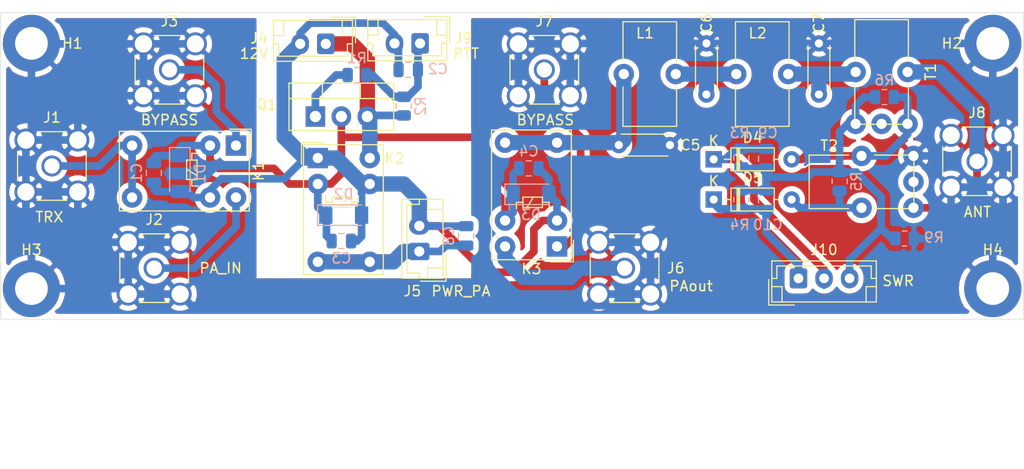
<source format=kicad_pcb>
(kicad_pcb (version 20171130) (host pcbnew 5.1.8-db9833491~87~ubuntu18.04.1)
  (layers (0 F.Cu signal) (31 B.Cu signal) (34 B.Paste user) (35 F.Paste user) (36 B.SilkS user) (37 F.SilkS user) (38 B.Mask user) (39 F.Mask user) (44 Edge.Cuts user))
  (net 0 "")
  (net 1 GND)
  (net 2 "Net-(C1-Pad1)")
  (net 3 "Net-(C2-Pad1)")
  (net 4 "Net-(C5-Pad1)")
  (net 5 "Net-(C6-Pad1)")
  (net 6 "Net-(J1-Pad1)")
  (net 7 "Net-(J2-Pad1)")
  (net 8 "Net-(J3-Pad1)")
  (net 9 /+12V)
  (net 10 "Net-(J7-Pad1)")
  (net 11 "Net-(Q1-Pad1)")
  (net 12 GNDA)
  (net 13 /ANT)
  (net 14 /PA_out)
  (net 15 "Net-(C8-Pad2)")
  (net 16 "Net-(C7-Pad1)")
  (net 17 "Net-(D4-Pad2)")
  (net 18 "Net-(D5-Pad2)")
  (net 19 /MGND)
  (net 20 /REV)
  (net 21 /FWD)
  (module Resistor_SMD:R_0805_2012Metric (layer B.Cu) (at 198.374 117.094 180)
    (fp_text reference R9 (at -2.876 0.094) (layer B.SilkS) (effects (justify mirror)))
    (fp_text value 0R)
    (pad 2 smd roundrect (at 0.9125 0 180) (size 1.025 1.4) (layers B.Cu B.Paste B.Mask) (roundrect_rratio 0.2439014634146341) (net 19 /MGND))
    (pad 1 smd roundrect (at -0.9125 0 180) (size 1.025 1.4) (layers B.Cu B.Paste B.Mask) (roundrect_rratio 0.2439014634146341) (net 12 GNDA))
  )
  (module Current_transf:Current_transf_toroid_5x10mm (layer F.Cu) (at 194.166 109.012)
    (fp_text reference T2 (at -3.166 -1.012) (layer F.SilkS))
    (fp_text value 1:20)
    (pad 5 thru_hole circle (at 5.08 5.08) (size 2 2) (drill 1) (layers *.Cu *.Mask) (net 13 /ANT))
    (pad 4 thru_hole circle (at 5.08 2.54) (size 2 2) (drill 1) (layers *.Cu *.Mask))
    (pad 3 thru_hole circle (at 5.08 0) (size 2 2) (drill 1) (layers *.Cu *.Mask) (net 12 GNDA))
    (pad 2 thru_hole circle (at 0 5.08) (size 2 2) (drill 1) (layers *.Cu *.Mask) (net 18 "Net-(D5-Pad2)"))
    (pad 1 thru_hole circle (at 0 0) (size 2 2) (drill 1) (layers *.Cu *.Mask) (net 17 "Net-(D4-Pad2)"))
  )
  (module Resistor_SMD:R_0805_2012Metric (layer B.Cu) (at 192.024 111.506 90)
    (fp_text reference R5 (at 0 1.65 90) (layer B.SilkS) (effects (justify mirror)))
    (fp_text value 100)
    (pad 2 smd roundrect (at 0.9125 0 90) (size 1.025 1.4) (layers B.Cu B.Paste B.Mask) (roundrect_rratio 0.2439014634146341) (net 19 /MGND))
    (pad 1 smd roundrect (at -0.9125 0 90) (size 1.025 1.4) (layers B.Cu B.Paste B.Mask) (roundrect_rratio 0.2439014634146341) (net 18 "Net-(D5-Pad2)"))
  )
  (module Resistor_SMD:R_0805_2012Metric (layer B.Cu) (at 196.4055 103.251 180)
    (fp_text reference R6 (at 0 1.65) (layer B.SilkS) (effects (justify mirror)))
    (fp_text value 100)
    (pad 2 smd roundrect (at 0.9125 0 180) (size 1.025 1.4) (layers B.Cu B.Paste B.Mask) (roundrect_rratio 0.2439014634146341) (net 19 /MGND))
    (pad 1 smd roundrect (at -0.9125 0 180) (size 1.025 1.4) (layers B.Cu B.Paste B.Mask) (roundrect_rratio 0.2439014634146341) (net 17 "Net-(D4-Pad2)"))
  )
  (module Current_transf:Current_transf_toroid_5x10mm (layer F.Cu) (at 198.668 100.796 270)
    (fp_text reference T1 (at 0 -2.25 90) (layer F.SilkS))
    (fp_text value 1:20)
    (pad 5 thru_hole circle (at 5.08 5.08 270) (size 2 2) (drill 1) (layers *.Cu *.Mask) (net 19 /MGND))
    (pad 4 thru_hole circle (at 5.08 2.54 270) (size 2 2) (drill 1) (layers *.Cu *.Mask))
    (pad 3 thru_hole circle (at 5.08 0 270) (size 2 2) (drill 1) (layers *.Cu *.Mask) (net 17 "Net-(D4-Pad2)"))
    (pad 2 thru_hole circle (at 0 5.08 270) (size 2 2) (drill 1) (layers *.Cu *.Mask) (net 16 "Net-(C7-Pad1)"))
    (pad 1 thru_hole circle (at 0 0 270) (size 2 2) (drill 1) (layers *.Cu *.Mask) (net 13 /ANT))
  )
  (module Resistor_SMD:R_0805_2012Metric (layer B.Cu) (at 182.4155 113.2845 270)
    (fp_text reference R4 (at 2.4655 0.1655 180) (layer B.SilkS) (effects (justify mirror)))
    (fp_text value 3.3k)
    (pad 2 smd roundrect (at 0.9125 0 270) (size 1.025 1.4) (layers B.Cu B.Paste B.Mask) (roundrect_rratio 0.2439014634146341) (net 21 /FWD))
    (pad 1 smd roundrect (at -0.9125 0 270) (size 1.025 1.4) (layers B.Cu B.Paste B.Mask) (roundrect_rratio 0.2439014634146341) (net 19 /MGND))
  )
  (module Resistor_SMD:R_0805_2012Metric (layer B.Cu) (at 182.4155 109.2205 90)
    (fp_text reference R3 (at 2.4705 -0.1655) (layer B.SilkS) (effects (justify mirror)))
    (fp_text value 3.3k)
    (pad 2 smd roundrect (at 0.9125 0 90) (size 1.025 1.4) (layers B.Cu B.Paste B.Mask) (roundrect_rratio 0.2439014634146341) (net 20 /REV))
    (pad 1 smd roundrect (at -0.9125 0 90) (size 1.025 1.4) (layers B.Cu B.Paste B.Mask) (roundrect_rratio 0.2439014634146341) (net 19 /MGND))
  )
  (module Connector_JST:JST_EH_B3B-EH-A_1x03_P2.50mm_Vertical (layer F.Cu) (at 188 121)
    (fp_text reference J10 (at 2.5 -2.8) (layer F.SilkS))
    (fp_text value SWR)
    (pad 3 thru_hole oval (at 5 0) (size 1.7 1.95) (drill 0.95) (layers *.Cu *.Mask) (net 19 /MGND))
    (pad 2 thru_hole oval (at 2.5 0) (size 1.7 1.95) (drill 0.95) (layers *.Cu *.Mask) (net 20 /REV))
    (pad 1 thru_hole roundrect (at 0 0) (size 1.7 1.95) (drill 0.95) (layers *.Cu *.Mask) (roundrect_rratio 0.1470588235294118) (net 21 /FWD))
  )
  (module Diode_THT:D_DO-35_SOD27_P7.62mm_Horizontal (layer F.Cu) (at 179.71 113.284)
    (fp_text reference D5 (at 3.81 -2.12) (layer F.SilkS))
    (fp_text value 1N4148)
    (fp_text user K (at 0 -1.8) (layer F.SilkS))
    (pad 2 thru_hole oval (at 7.62 0) (size 1.6 1.6) (drill 0.8) (layers *.Cu *.Mask) (net 18 "Net-(D5-Pad2)"))
    (pad 1 thru_hole rect (at 0 0) (size 1.6 1.6) (drill 0.8) (layers *.Cu *.Mask) (net 21 /FWD))
  )
  (module Diode_THT:D_DO-35_SOD27_P7.62mm_Horizontal (layer F.Cu) (at 179.705 109.347)
    (fp_text reference D4 (at 3.81 -2.12) (layer F.SilkS))
    (fp_text value 1N4148)
    (fp_text user K (at 0 -1.8) (layer F.SilkS))
    (pad 2 thru_hole oval (at 7.62 0) (size 1.6 1.6) (drill 0.8) (layers *.Cu *.Mask) (net 17 "Net-(D4-Pad2)"))
    (pad 1 thru_hole rect (at 0 0) (size 1.6 1.6) (drill 0.8) (layers *.Cu *.Mask) (net 20 /REV))
  )
  (module Capacitor_SMD:C_0805_2012Metric (layer B.Cu) (at 184.8285 113.348 90)
    (fp_text reference C10 (at -2.402 0.1715 180) (layer B.SilkS) (effects (justify mirror)))
    (fp_text value 0.1u)
    (pad 2 smd roundrect (at 0.95 0 90) (size 1 1.45) (layers B.Cu B.Paste B.Mask) (net 19 /MGND))
    (pad 1 smd roundrect (at -0.95 0 90) (size 1 1.45) (layers B.Cu B.Paste B.Mask) (net 21 /FWD))
  )
  (module Capacitor_SMD:C_0805_2012Metric (layer B.Cu) (at 184.8285 109.284 270)
    (fp_text reference C9 (at -2.534 -0.1715) (layer B.SilkS) (effects (justify mirror)))
    (fp_text value 0.1u)
    (pad 2 smd roundrect (at 0.95 0 270) (size 1 1.45) (layers B.Cu B.Paste B.Mask) (net 19 /MGND))
    (pad 1 smd roundrect (at -0.95 0 270) (size 1 1.45) (layers B.Cu B.Paste B.Mask) (net 20 /REV))
  )
  (module Capacitor_SMD:C_0805_2012Metric (layer B.Cu) (at 155.496 116.84 270)
    (fp_text reference C8 (at 0 1.68 90) (layer B.SilkS) (effects (justify mirror)))
    (fp_text value 0.1u)
    (pad 2 smd roundrect (at 0.95 0 270) (size 1 1.45) (layers B.Cu B.Paste B.Mask) (net 15 "Net-(C8-Pad2)"))
    (pad 1 smd roundrect (at -0.95 0 270) (size 1 1.45) (layers B.Cu B.Paste B.Mask) (net 1 GND))
  )
  (module Resistor_SMD:R_0805_2012Metric (layer B.Cu) (at 149.4 104.14 90)
    (fp_text reference R2 (at 0 1.65 90) (layer B.SilkS) (effects (justify mirror)))
    (fp_text value 3.3k)
    (pad 2 smd roundrect (at 0.9125 0 90) (size 1.025 1.4) (layers B.Cu B.Paste B.Mask) (roundrect_rratio 0.2439014634146341) (net 3 "Net-(C2-Pad1)"))
    (pad 1 smd roundrect (at -0.9125 0 90) (size 1.025 1.4) (layers B.Cu B.Paste B.Mask) (roundrect_rratio 0.2439014634146341) (net 9 /+12V))
  )
  (module Resistor_SMD:R_0805_2012Metric (layer B.Cu) (at 144.828 101.092 180)
    (fp_text reference R1 (at 0 1.65) (layer B.SilkS) (effects (justify mirror)))
    (fp_text value 3.3k)
    (pad 2 smd roundrect (at 0.9125 0 180) (size 1.025 1.4) (layers B.Cu B.Paste B.Mask) (roundrect_rratio 0.2439014634146341) (net 11 "Net-(Q1-Pad1)"))
    (pad 1 smd roundrect (at -0.9125 0 180) (size 1.025 1.4) (layers B.Cu B.Paste B.Mask) (roundrect_rratio 0.2439014634146341) (net 3 "Net-(C2-Pad1)"))
  )
  (module Capacitor_SMD:C_0805_2012Metric (layer B.Cu) (at 161.624 110.236 180)
    (fp_text reference C4 (at 0 1.68) (layer B.SilkS) (effects (justify mirror)))
    (fp_text value 0.1u)
    (pad 2 smd roundrect (at 0.95 0 180) (size 1 1.45) (layers B.Cu B.Paste B.Mask) (net 2 "Net-(C1-Pad1)"))
    (pad 1 smd roundrect (at -0.95 0 180) (size 1 1.45) (layers B.Cu B.Paste B.Mask) (net 1 GND))
  )
  (module Capacitor_SMD:C_0805_2012Metric (layer B.Cu) (at 143.304 117.348)
    (fp_text reference C3 (at 0 1.68) (layer B.SilkS) (effects (justify mirror)))
    (fp_text value 0.1u)
    (pad 2 smd roundrect (at 0.95 0) (size 1 1.45) (layers B.Cu B.Paste B.Mask) (net 1 GND))
    (pad 1 smd roundrect (at -0.95 0) (size 1 1.45) (layers B.Cu B.Paste B.Mask) (net 2 "Net-(C1-Pad1)"))
  )
  (module Capacitor_SMD:C_0805_2012Metric (layer B.Cu) (at 149.842 100.584 180)
    (fp_text reference C2 (at -2.908 0.084) (layer B.SilkS) (effects (justify mirror)))
    (fp_text value 0.1u)
    (pad 2 smd roundrect (at 0.95 0 180) (size 1 1.45) (layers B.Cu B.Paste B.Mask) (net 1 GND))
    (pad 1 smd roundrect (at -0.95 0 180) (size 1 1.45) (layers B.Cu B.Paste B.Mask) (net 3 "Net-(C2-Pad1)"))
  )
  (module Capacitor_SMD:C_0805_2012Metric (layer B.Cu) (at 124.968 110.678 270)
    (fp_text reference C1 (at 0 1.68 90) (layer B.SilkS) (effects (justify mirror)))
    (fp_text value 0.1u)
    (pad 2 smd roundrect (at 0.95 0 270) (size 1 1.45) (layers B.Cu B.Paste B.Mask) (net 1 GND))
    (pad 1 smd roundrect (at -0.95 0 270) (size 1 1.45) (layers B.Cu B.Paste B.Mask) (net 2 "Net-(C1-Pad1)"))
  )
  (module MountingHole:MountingHole_3.2mm_M3_DIN965_Pad (layer F.Cu) (at 207 122)
    (fp_text reference H4 (at 0 -3.8) (layer F.SilkS))
    (fp_text value GNDA)
    (pad 1 thru_hole circle (at 0 0) (size 5.6 5.6) (drill 3.2) (layers *.Cu *.Mask) (net 12 GNDA))
  )
  (module MountingHole:MountingHole_3.2mm_M3_DIN965_Pad (layer F.Cu) (at 113 122)
    (fp_text reference H3 (at 0 -3.8) (layer F.SilkS))
    (fp_text value GNDA)
    (pad 1 thru_hole circle (at 0 0) (size 5.6 5.6) (drill 3.2) (layers *.Cu *.Mask) (net 12 GNDA))
  )
  (module MountingHole:MountingHole_3.2mm_M3_DIN965_Pad (layer F.Cu) (at 207 98)
    (fp_text reference H2 (at -4 0) (layer F.SilkS))
    (fp_text value GNDA)
    (pad 1 thru_hole circle (at 0 0) (size 5.6 5.6) (drill 3.2) (layers *.Cu *.Mask) (net 12 GNDA))
  )
  (module MountingHole:MountingHole_3.2mm_M3_DIN965_Pad (layer F.Cu) (at 113 98)
    (fp_text reference H1 (at 4 0) (layer F.SilkS))
    (fp_text value GNDA)
    (pad 1 thru_hole circle (at 0 0) (size 5.6 5.6) (drill 3.2) (layers *.Cu *.Mask) (net 12 GNDA))
  )
  (module Diode_SMD:D_MiniMELF (layer B.Cu) (at 161.85 112.776)
    (fp_text reference D3 (at 0 2) (layer B.SilkS) (effects (justify mirror)))
    (fp_text value LL4148)
    (pad 2 smd rect (at 1.75 0) (size 1.3 1.7) (layers B.Cu B.Paste B.Mask) (net 1 GND))
    (pad 1 smd rect (at -1.75 0) (size 1.3 1.7) (layers B.Cu B.Paste B.Mask) (net 2 "Net-(C1-Pad1)"))
  )
  (module Diode_SMD:D_MiniMELF (layer B.Cu) (at 143.53 114.808)
    (fp_text reference D2 (at 0 -2.058) (layer B.SilkS) (effects (justify mirror)))
    (fp_text value LL4148)
    (pad 2 smd rect (at 1.75 0) (size 1.3 1.7) (layers B.Cu B.Paste B.Mask) (net 1 GND))
    (pad 1 smd rect (at -1.75 0) (size 1.3 1.7) (layers B.Cu B.Paste B.Mask) (net 2 "Net-(C1-Pad1)"))
  )
  (module Diode_SMD:D_MiniMELF (layer B.Cu) (at 127.508 110.744 270)
    (fp_text reference D1 (at 0 -1.992 270) (layer B.SilkS) (effects (justify mirror)))
    (fp_text value LL4148)
    (pad 2 smd rect (at 1.75 0 270) (size 1.3 1.7) (layers B.Cu B.Paste B.Mask) (net 1 GND))
    (pad 1 smd rect (at -1.75 0 270) (size 1.3 1.7) (layers B.Cu B.Paste B.Mask) (net 2 "Net-(C1-Pad1)"))
  )
  (module Package_TO_SOT_THT:TO-220-3_Vertical (layer F.Cu) (at 140.764 105.156)
    (fp_text reference Q1 (at -4.764 -1.156) (layer F.SilkS))
    (fp_text value TIP42)
    (pad 3 thru_hole oval (at 5.08 0) (size 1.905 2) (drill 1.1) (layers *.Cu *.Mask) (net 9 /+12V))
    (pad 2 thru_hole oval (at 2.54 0) (size 1.905 2) (drill 1.1) (layers *.Cu *.Mask) (net 2 "Net-(C1-Pad1)"))
    (pad 1 thru_hole rect (at 0 0) (size 1.905 2) (drill 1.1) (layers *.Cu *.Mask) (net 11 "Net-(Q1-Pad1)"))
  )
  (module Inductor_THT:L_Toroid_Vertical_L10.0mm_W5.0mm_P5.08mm (layer F.Cu) (at 187 101 270)
    (fp_text reference L2 (at -4 3 180) (layer F.SilkS))
    (fp_text value 0.315u)
    (pad 2 thru_hole circle (at 0 5.08 270) (size 2 2) (drill 1) (layers *.Cu *.Mask) (net 5 "Net-(C6-Pad1)"))
    (pad 1 thru_hole circle (at 0 0 270) (size 2 2) (drill 1) (layers *.Cu *.Mask) (net 16 "Net-(C7-Pad1)"))
  )
  (module Inductor_THT:L_Toroid_Vertical_L10.0mm_W5.0mm_P5.08mm (layer F.Cu) (at 176 101 270)
    (fp_text reference L1 (at -4 3 180) (layer F.SilkS))
    (fp_text value 0.315u)
    (pad 2 thru_hole circle (at 0 5.08 270) (size 2 2) (drill 1) (layers *.Cu *.Mask) (net 4 "Net-(C5-Pad1)"))
    (pad 1 thru_hole circle (at 0 0 270) (size 2 2) (drill 1) (layers *.Cu *.Mask) (net 5 "Net-(C6-Pad1)"))
  )
  (module Relay_THT:Relay_SPDT_Omron_G5V-1 (layer F.Cu) (at 164.388 117.876 180)
    (fp_text reference K3 (at 2.5 -2.2) (layer F.SilkS))
    (fp_text value G5V-1)
    (pad 5 thru_hole circle (at 0 10.16 180) (size 2 2) (drill 1) (layers *.Cu *.Mask) (net 4 "Net-(C5-Pad1)"))
    (pad 6 thru_hole circle (at 5.08 10.16 180) (size 2 2) (drill 1) (layers *.Cu *.Mask) (net 4 "Net-(C5-Pad1)"))
    (pad 2 thru_hole circle (at 0 2.54 180) (size 2 2) (drill 1) (layers *.Cu *.Mask) (net 1 GND))
    (pad 1 thru_hole rect (at 0 0 180) (size 2 2) (drill 1) (layers *.Cu *.Mask) (net 10 "Net-(J7-Pad1)"))
    (pad 9 thru_hole circle (at 5.08 2.54 180) (size 2 2) (drill 1) (layers *.Cu *.Mask) (net 2 "Net-(C1-Pad1)"))
    (pad 10 thru_hole circle (at 5.08 0 180) (size 2 2) (drill 1) (layers *.Cu *.Mask) (net 14 /PA_out))
  )
  (module Relay_THT:Relay_SPDT_Omron_G5V-1 (layer F.Cu) (at 141 109.22)
    (fp_text reference K2 (at 7.5 0.03) (layer F.SilkS))
    (fp_text value G5V-1)
    (pad 5 thru_hole circle (at 0 10.16) (size 2 2) (drill 1) (layers *.Cu *.Mask) (net 15 "Net-(C8-Pad2)"))
    (pad 6 thru_hole circle (at 5.08 10.16) (size 2 2) (drill 1) (layers *.Cu *.Mask) (net 15 "Net-(C8-Pad2)"))
    (pad 2 thru_hole circle (at 0 2.54) (size 2 2) (drill 1) (layers *.Cu *.Mask) (net 2 "Net-(C1-Pad1)"))
    (pad 1 thru_hole rect (at 0 0) (size 2 2) (drill 1) (layers *.Cu *.Mask) (net 1 GND))
    (pad 9 thru_hole circle (at 5.08 2.54) (size 2 2) (drill 1) (layers *.Cu *.Mask) (net 1 GND))
    (pad 10 thru_hole circle (at 5.08 0) (size 2 2) (drill 1) (layers *.Cu *.Mask) (net 9 /+12V))
  )
  (module Relay_THT:Relay_SPDT_Omron_G5V-1 (layer F.Cu) (at 133 108 270)
    (fp_text reference K1 (at 2.5 -2.2 90) (layer F.SilkS))
    (fp_text value G5V-1)
    (pad 5 thru_hole circle (at 0 10.16 270) (size 2 2) (drill 1) (layers *.Cu *.Mask) (net 6 "Net-(J1-Pad1)"))
    (pad 6 thru_hole circle (at 5.08 10.16 270) (size 2 2) (drill 1) (layers *.Cu *.Mask) (net 6 "Net-(J1-Pad1)"))
    (pad 2 thru_hole circle (at 0 2.54 270) (size 2 2) (drill 1) (layers *.Cu *.Mask) (net 2 "Net-(C1-Pad1)"))
    (pad 1 thru_hole rect (at 0 0 270) (size 2 2) (drill 1) (layers *.Cu *.Mask) (net 8 "Net-(J3-Pad1)"))
    (pad 9 thru_hole circle (at 5.08 2.54 270) (size 2 2) (drill 1) (layers *.Cu *.Mask) (net 1 GND))
    (pad 10 thru_hole circle (at 5.08 0 270) (size 2 2) (drill 1) (layers *.Cu *.Mask) (net 7 "Net-(J2-Pad1)"))
  )
  (module Connector_JST:JST_EH_B2B-EH-A_1x02_P2.50mm_Vertical (layer F.Cu) (at 151 98 180)
    (fp_text reference J9 (at -4.25 0.5) (layer F.SilkS))
    (fp_text value PTT)
    (pad 2 thru_hole oval (at 2.5 0 180) (size 1.7 2) (drill 1) (layers *.Cu *.Mask) (net 1 GND))
    (pad 1 thru_hole roundrect (at 0 0 180) (size 1.7 2) (drill 1) (layers *.Cu *.Mask) (roundrect_rratio 0.1470588235294118) (net 3 "Net-(C2-Pad1)"))
  )
  (module Connector_Coaxial:SMA_Amphenol_901-144_Vertical (layer F.Cu) (at 205.46 109.54)
    (fp_text reference J8 (at 0 -4.75) (layer F.SilkS))
    (fp_text value ANT)
    (pad 2 thru_hole circle (at -2.54 2.54) (size 2.25 2.25) (drill 1.7) (layers *.Cu *.Mask) (net 12 GNDA))
    (pad 2 thru_hole circle (at -2.54 -2.54) (size 2.25 2.25) (drill 1.7) (layers *.Cu *.Mask) (net 12 GNDA))
    (pad 2 thru_hole circle (at 2.54 -2.54) (size 2.25 2.25) (drill 1.7) (layers *.Cu *.Mask) (net 12 GNDA))
    (pad 2 thru_hole circle (at 2.54 2.54) (size 2.25 2.25) (drill 1.7) (layers *.Cu *.Mask) (net 12 GNDA))
    (pad 1 thru_hole circle (at 0 0) (size 2.05 2.05) (drill 1.5) (layers *.Cu *.Mask) (net 13 /ANT))
  )
  (module Connector_Coaxial:SMA_Amphenol_901-144_Vertical (layer F.Cu) (at 163.148 100.584)
    (fp_text reference J7 (at 0 -4.75) (layer F.SilkS))
    (fp_text value BYPASS)
    (pad 2 thru_hole circle (at -2.54 2.54) (size 2.25 2.25) (drill 1.7) (layers *.Cu *.Mask) (net 12 GNDA))
    (pad 2 thru_hole circle (at -2.54 -2.54) (size 2.25 2.25) (drill 1.7) (layers *.Cu *.Mask) (net 12 GNDA))
    (pad 2 thru_hole circle (at 2.54 -2.54) (size 2.25 2.25) (drill 1.7) (layers *.Cu *.Mask) (net 12 GNDA))
    (pad 2 thru_hole circle (at 2.54 2.54) (size 2.25 2.25) (drill 1.7) (layers *.Cu *.Mask) (net 12 GNDA))
    (pad 1 thru_hole circle (at 0 0) (size 2.05 2.05) (drill 1.5) (layers *.Cu *.Mask) (net 10 "Net-(J7-Pad1)"))
  )
  (module Connector_Coaxial:SMA_Amphenol_901-144_Vertical (layer F.Cu) (at 171 120)
    (fp_text reference J6 (at 5 0) (layer F.SilkS))
    (fp_text value PA_out)
    (pad 2 thru_hole circle (at -2.54 2.54) (size 2.25 2.25) (drill 1.7) (layers *.Cu *.Mask) (net 12 GNDA))
    (pad 2 thru_hole circle (at -2.54 -2.54) (size 2.25 2.25) (drill 1.7) (layers *.Cu *.Mask) (net 12 GNDA))
    (pad 2 thru_hole circle (at 2.54 -2.54) (size 2.25 2.25) (drill 1.7) (layers *.Cu *.Mask) (net 12 GNDA))
    (pad 2 thru_hole circle (at 2.54 2.54) (size 2.25 2.25) (drill 1.7) (layers *.Cu *.Mask) (net 12 GNDA))
    (pad 1 thru_hole circle (at 0 0) (size 2.05 2.05) (drill 1.5) (layers *.Cu *.Mask) (net 14 /PA_out))
  )
  (module Connector_JST:JST_EH_B2B-EH-A_1x02_P2.50mm_Vertical (layer F.Cu) (at 150.924 118.364 90)
    (fp_text reference J5 (at -3.886 -0.674 180) (layer F.SilkS))
    (fp_text value PWR_PA)
    (pad 2 thru_hole oval (at 2.5 0 90) (size 1.7 2) (drill 1) (layers *.Cu *.Mask) (net 1 GND))
    (pad 1 thru_hole roundrect (at 0 0 90) (size 1.7 2) (drill 1) (layers *.Cu *.Mask) (roundrect_rratio 0.1470588235294118) (net 15 "Net-(C8-Pad2)"))
  )
  (module Connector_JST:JST_EH_B2B-EH-A_1x02_P2.50mm_Vertical (layer F.Cu) (at 141.78 98.044 180)
    (fp_text reference J4 (at 6.53 0.544) (layer F.SilkS))
    (fp_text value PWR)
    (pad 2 thru_hole oval (at 2.5 0 180) (size 1.7 2) (drill 1) (layers *.Cu *.Mask) (net 1 GND))
    (pad 1 thru_hole roundrect (at 0 0 180) (size 1.7 2) (drill 1) (layers *.Cu *.Mask) (roundrect_rratio 0.1470588235294118) (net 9 /+12V))
  )
  (module Connector_Coaxial:SMA_Amphenol_901-144_Vertical (layer F.Cu) (at 126.492 100.584)
    (fp_text reference J3 (at 0 -4.75) (layer F.SilkS))
    (fp_text value BYPASS)
    (pad 2 thru_hole circle (at -2.54 2.54) (size 2.25 2.25) (drill 1.7) (layers *.Cu *.Mask) (net 12 GNDA))
    (pad 2 thru_hole circle (at -2.54 -2.54) (size 2.25 2.25) (drill 1.7) (layers *.Cu *.Mask) (net 12 GNDA))
    (pad 2 thru_hole circle (at 2.54 -2.54) (size 2.25 2.25) (drill 1.7) (layers *.Cu *.Mask) (net 12 GNDA))
    (pad 2 thru_hole circle (at 2.54 2.54) (size 2.25 2.25) (drill 1.7) (layers *.Cu *.Mask) (net 12 GNDA))
    (pad 1 thru_hole circle (at 0 0) (size 2.05 2.05) (drill 1.5) (layers *.Cu *.Mask) (net 8 "Net-(J3-Pad1)"))
  )
  (module Connector_Coaxial:SMA_Amphenol_901-144_Vertical (layer F.Cu) (at 125 120)
    (fp_text reference J2 (at 0 -4.75) (layer F.SilkS))
    (fp_text value PA_IN)
    (pad 2 thru_hole circle (at -2.54 2.54) (size 2.25 2.25) (drill 1.7) (layers *.Cu *.Mask) (net 12 GNDA))
    (pad 2 thru_hole circle (at -2.54 -2.54) (size 2.25 2.25) (drill 1.7) (layers *.Cu *.Mask) (net 12 GNDA))
    (pad 2 thru_hole circle (at 2.54 -2.54) (size 2.25 2.25) (drill 1.7) (layers *.Cu *.Mask) (net 12 GNDA))
    (pad 2 thru_hole circle (at 2.54 2.54) (size 2.25 2.25) (drill 1.7) (layers *.Cu *.Mask) (net 12 GNDA))
    (pad 1 thru_hole circle (at 0 0) (size 2.05 2.05) (drill 1.5) (layers *.Cu *.Mask) (net 7 "Net-(J2-Pad1)"))
  )
  (module Connector_Coaxial:SMA_Amphenol_901-144_Vertical (layer F.Cu) (at 115 110)
    (fp_text reference J1 (at 0 -4.75) (layer F.SilkS))
    (fp_text value TRX_out)
    (pad 2 thru_hole circle (at -2.54 2.54) (size 2.25 2.25) (drill 1.7) (layers *.Cu *.Mask) (net 12 GNDA))
    (pad 2 thru_hole circle (at -2.54 -2.54) (size 2.25 2.25) (drill 1.7) (layers *.Cu *.Mask) (net 12 GNDA))
    (pad 2 thru_hole circle (at 2.54 -2.54) (size 2.25 2.25) (drill 1.7) (layers *.Cu *.Mask) (net 12 GNDA))
    (pad 2 thru_hole circle (at 2.54 2.54) (size 2.25 2.25) (drill 1.7) (layers *.Cu *.Mask) (net 12 GNDA))
    (pad 1 thru_hole circle (at 0 0) (size 2.05 2.05) (drill 1.5) (layers *.Cu *.Mask) (net 6 "Net-(J1-Pad1)"))
  )
  (module Capacitor_THT:C_Disc_D4.3mm_W1.9mm_P5.00mm (layer F.Cu) (at 190 103 90)
    (fp_text reference C7 (at 7 0 90) (layer F.SilkS))
    (fp_text value 100p)
    (pad 2 thru_hole circle (at 5 0 90) (size 1.6 1.6) (drill 0.8) (layers *.Cu *.Mask) (net 12 GNDA))
    (pad 1 thru_hole circle (at 0 0 90) (size 1.6 1.6) (drill 0.8) (layers *.Cu *.Mask) (net 16 "Net-(C7-Pad1)"))
  )
  (module Capacitor_THT:C_Disc_D4.3mm_W1.9mm_P5.00mm (layer F.Cu) (at 179 103 90)
    (fp_text reference C6 (at 7 0 90) (layer F.SilkS))
    (fp_text value 100p)
    (pad 2 thru_hole circle (at 5 0 90) (size 1.6 1.6) (drill 0.8) (layers *.Cu *.Mask) (net 12 GNDA))
    (pad 1 thru_hole circle (at 0 0 90) (size 1.6 1.6) (drill 0.8) (layers *.Cu *.Mask) (net 5 "Net-(C6-Pad1)"))
  )
  (module Capacitor_THT:C_Disc_D4.3mm_W1.9mm_P5.00mm (layer F.Cu) (at 170.434 107.95)
    (fp_text reference C5 (at 7 0) (layer F.SilkS))
    (fp_text value 100p)
    (pad 2 thru_hole circle (at 5 0) (size 1.6 1.6) (drill 0.8) (layers *.Cu *.Mask) (net 12 GNDA))
    (pad 1 thru_hole circle (at 0 0) (size 1.6 1.6) (drill 0.8) (layers *.Cu *.Mask) (net 4 "Net-(C5-Pad1)"))
  )
  (gr_text BYPASS (at 163.25 105.5) (layer F.SilkS) (effects (font (size 1 1))))
  (gr_text BYPASS (at 126.5 105.5) (layer F.SilkS) (effects (font (size 1 1))))
  (gr_text PA_IN (at 131.5 120) (layer F.SilkS) (effects (font (size 1 1))))
  (gr_text TRX (at 114.75 115) (layer F.SilkS) (effects (font (size 1 1))))
  (gr_text ANT (at 205.5 114.5) (layer F.SilkS) (effects (font (size 1 1))))
  (gr_text SWR (at 197.75 121.25) (layer F.SilkS) (effects (font (size 1 1))))
  (gr_text PAout (at 177.5 121.75) (layer F.SilkS) (effects (font (size 1 1))))
  (gr_text PWR_PA (at 155 122.25) (layer F.SilkS) (effects (font (size 1 1))))
  (gr_text 12V (at 134.75 99) (layer F.SilkS) (effects (font (size 1 1))))
  (gr_text PTT (at 155.5 99) (layer F.SilkS) (effects (font (size 1 1))))
  (gr_line (start 110 125) (end 110 95) (layer Edge.Cuts) (width 0.05))
  (gr_line (start 210 125) (end 110 125) (layer Edge.Cuts) (width 0.05))
  (gr_line (start 210 95) (end 210 125) (layer Edge.Cuts) (width 0.05))
  (gr_line (start 110 95) (end 210 95) (layer Edge.Cuts) (width 0.05))
  (segment (start 164.388 113.564) (end 163.6 112.776) (width 0.75) (layer B.Cu) (net 1))
  (segment (start 164.388 115.336) (end 164.388 113.564) (width 0.75) (layer B.Cu) (net 1))
  (segment (start 163.6 111.262) (end 162.574 110.236) (width 0.75) (layer B.Cu) (net 1))
  (segment (start 163.6 112.776) (end 163.6 111.262) (width 0.75) (layer B.Cu) (net 1))
  (segment (start 124.968 111.628) (end 124.968 112.268) (width 0.75) (layer B.Cu) (net 1))
  (segment (start 125.194 112.494) (end 124.968 112.268) (width 0.75) (layer B.Cu) (net 1))
  (segment (start 127.508 112.494) (end 125.194 112.494) (width 0.75) (layer B.Cu) (net 1))
  (segment (start 127.508 112.494) (end 128.242 112.494) (width 0.75) (layer B.Cu) (net 1))
  (segment (start 128.828 113.08) (end 130.46 113.08) (width 0.75) (layer B.Cu) (net 1))
  (segment (start 128.242 112.494) (end 128.828 113.08) (width 0.75) (layer B.Cu) (net 1))
  (segment (start 144.254 117.348) (end 144.828 117.348) (width 0.75) (layer B.Cu) (net 1))
  (segment (start 144.828 117.348) (end 145.28 116.896) (width 0.75) (layer B.Cu) (net 1))
  (segment (start 150.95 115.89) (end 150.924 115.864) (width 0.75) (layer B.Cu) (net 1))
  (segment (start 155.496 115.89) (end 150.95 115.89) (width 0.75) (layer B.Cu) (net 1))
  (segment (start 145.28 116.896) (end 145.28 114.808) (width 0.75) (layer B.Cu) (net 1))
  (segment (start 145.28 112.56) (end 146.08 111.76) (width 0.75) (layer B.Cu) (net 1))
  (segment (start 145.28 114.808) (end 145.28 112.56) (width 0.75) (layer B.Cu) (net 1))
  (segment (start 150.924 115.864) (end 150.924 113.284) (width 1.5) (layer B.Cu) (net 1))
  (segment (start 149.4 111.76) (end 146.08 111.76) (width 1.5) (layer B.Cu) (net 1))
  (segment (start 150.924 113.284) (end 149.4 111.76) (width 1.5) (layer B.Cu) (net 1))
  (segment (start 145.336 111.76) (end 146.08 111.76) (width 1.5) (layer B.Cu) (net 1))
  (segment (start 141 109.22) (end 142.796 109.22) (width 1.5) (layer B.Cu) (net 1))
  (segment (start 142.796 109.22) (end 145.336 111.76) (width 1.5) (layer B.Cu) (net 1))
  (segment (start 141 109.22) (end 139.748 109.22) (width 1.5) (layer B.Cu) (net 1))
  (segment (start 139.748 109.22) (end 137.716 107.188) (width 1.5) (layer B.Cu) (net 1))
  (segment (start 137.716 99.608) (end 139.28 98.044) (width 1.5) (layer B.Cu) (net 1))
  (segment (start 137.716 107.188) (end 137.716 99.608) (width 1.5) (layer B.Cu) (net 1))
  (segment (start 130.46 113.08) (end 130.46 112.364) (width 0.75) (layer B.Cu) (net 1))
  (segment (start 130.46 112.364) (end 131.572 111.252) (width 0.75) (layer B.Cu) (net 1))
  (segment (start 137.716 111.252) (end 139.748 109.22) (width 0.75) (layer B.Cu) (net 1))
  (segment (start 148.892 98.392) (end 148.5 98) (width 0.75) (layer B.Cu) (net 1))
  (segment (start 148.892 100.584) (end 148.892 98.392) (width 0.75) (layer B.Cu) (net 1))
  (segment (start 148.5 98) (end 148.5 97.144) (width 0.75) (layer B.Cu) (net 1))
  (segment (start 148.5 97.144) (end 147.368 96.012) (width 0.75) (layer B.Cu) (net 1))
  (segment (start 147.368 96.012) (end 140.256 96.012) (width 0.75) (layer B.Cu) (net 1))
  (segment (start 139.28 96.988) (end 139.28 98.044) (width 0.75) (layer B.Cu) (net 1))
  (segment (start 140.256 96.012) (end 139.28 96.988) (width 0.75) (layer B.Cu) (net 1))
  (segment (start 131.572 111.252) (end 137.716 111.252) (width 0.75) (layer B.Cu) (net 1))
  (segment (start 152.864 115.864) (end 150.924 115.864) (width 0.75) (layer F.Cu) (net 1))
  (segment (start 162.973787 115.336) (end 162.132 116.177787) (width 0.75) (layer F.Cu) (net 1))
  (segment (start 164.388 115.336) (end 162.973787 115.336) (width 0.75) (layer F.Cu) (net 1))
  (segment (start 162.132 118.364) (end 160.1 120.396) (width 0.75) (layer F.Cu) (net 1))
  (segment (start 157.396 120.396) (end 152.864 115.864) (width 0.75) (layer F.Cu) (net 1))
  (segment (start 162.132 116.177787) (end 162.132 118.364) (width 0.75) (layer F.Cu) (net 1))
  (segment (start 160.1 120.396) (end 157.396 120.396) (width 0.75) (layer F.Cu) (net 1))
  (segment (start 160.674 110.236) (end 160.1 110.81) (width 0.75) (layer B.Cu) (net 2))
  (segment (start 160.1 110.81) (end 160.1 112.776) (width 0.75) (layer B.Cu) (net 2))
  (segment (start 160.1 114.544) (end 159.308 115.336) (width 0.75) (layer B.Cu) (net 2))
  (segment (start 160.1 112.776) (end 160.1 114.544) (width 0.75) (layer B.Cu) (net 2))
  (segment (start 124.968 109.728) (end 124.968 109.22) (width 0.75) (layer B.Cu) (net 2))
  (segment (start 125.194 108.994) (end 127.508 108.994) (width 0.75) (layer B.Cu) (net 2))
  (segment (start 124.968 109.22) (end 125.194 108.994) (width 0.75) (layer B.Cu) (net 2))
  (segment (start 127.508 108.994) (end 127.508 108.204) (width 0.75) (layer B.Cu) (net 2))
  (segment (start 127.712 108) (end 130.46 108) (width 0.75) (layer B.Cu) (net 2))
  (segment (start 127.508 108.204) (end 127.712 108) (width 0.75) (layer B.Cu) (net 2))
  (segment (start 142.354 117.348) (end 141.846 116.84) (width 0.75) (layer B.Cu) (net 2))
  (segment (start 141.846 114.874) (end 141.78 114.808) (width 0.75) (layer B.Cu) (net 2))
  (segment (start 141.846 116.84) (end 141.846 114.874) (width 0.75) (layer B.Cu) (net 2))
  (segment (start 141 114.028) (end 141.78 114.808) (width 0.75) (layer B.Cu) (net 2))
  (segment (start 141 111.76) (end 141 114.028) (width 0.75) (layer B.Cu) (net 2))
  (segment (start 141 111.76) (end 142.288 111.76) (width 0.75) (layer F.Cu) (net 2))
  (segment (start 142.288 111.76) (end 143.304 110.744) (width 0.75) (layer F.Cu) (net 2))
  (segment (start 143.304 110.744) (end 143.304 107.188) (width 0.75) (layer F.Cu) (net 2))
  (segment (start 143.304 107.188) (end 143.304 105.156) (width 0.75) (layer F.Cu) (net 2))
  (segment (start 141 111.76) (end 138.224 111.76) (width 0.75) (layer F.Cu) (net 2))
  (segment (start 138.224 111.76) (end 136.7 110.236) (width 0.75) (layer F.Cu) (net 2))
  (segment (start 130.46 109.414213) (end 130.46 108) (width 0.75) (layer F.Cu) (net 2))
  (segment (start 131.281787 110.236) (end 130.46 109.414213) (width 0.75) (layer F.Cu) (net 2))
  (segment (start 131.281787 110.236) (end 136.7 110.236) (width 0.75) (layer F.Cu) (net 2))
  (segment (start 159.308 113.508) (end 159.308 115.336) (width 0.75) (layer F.Cu) (net 2))
  (segment (start 157 111.2) (end 159.308 113.508) (width 0.75) (layer F.Cu) (net 2))
  (segment (start 143.304 107.188) (end 156.188 107.188) (width 0.75) (layer F.Cu) (net 2))
  (segment (start 157 108) (end 157 111.2) (width 0.75) (layer F.Cu) (net 2))
  (segment (start 156.188 107.188) (end 157 108) (width 0.75) (layer F.Cu) (net 2))
  (segment (start 145.7405 101.092) (end 146.352 101.092) (width 0.75) (layer B.Cu) (net 3))
  (segment (start 148.4875 103.2275) (end 149.4 103.2275) (width 0.75) (layer B.Cu) (net 3))
  (segment (start 146.352 101.092) (end 148.4875 103.2275) (width 0.75) (layer B.Cu) (net 3))
  (segment (start 149.4 103.2275) (end 149.8045 103.2275) (width 0.75) (layer B.Cu) (net 3))
  (segment (start 150.792 102.24) (end 150.792 100.584) (width 0.75) (layer B.Cu) (net 3))
  (segment (start 149.8045 103.2275) (end 150.792 102.24) (width 0.75) (layer B.Cu) (net 3))
  (segment (start 150.792 98.208) (end 151 98) (width 0.75) (layer B.Cu) (net 3))
  (segment (start 150.792 100.584) (end 150.792 98.208) (width 0.75) (layer B.Cu) (net 3))
  (segment (start 163.676 107.716) (end 164.388 107.716) (width 0.75) (layer B.Cu) (net 4))
  (segment (start 164.388 107.716) (end 159.308 107.716) (width 1.5) (layer B.Cu) (net 4))
  (segment (start 170.2 107.716) (end 170.434 107.95) (width 1.5) (layer B.Cu) (net 4))
  (segment (start 164.388 107.716) (end 170.2 107.716) (width 1.5) (layer B.Cu) (net 4))
  (segment (start 170.92 107.464) (end 170.434 107.95) (width 1.5) (layer B.Cu) (net 4))
  (segment (start 170.92 101) (end 170.92 107.464) (width 1.5) (layer B.Cu) (net 4))
  (segment (start 179 101.324) (end 178.676 101) (width 1.5) (layer B.Cu) (net 5))
  (segment (start 179 103) (end 179 101.324) (width 1.5) (layer B.Cu) (net 5))
  (segment (start 178.676 101) (end 176 101) (width 1.5) (layer B.Cu) (net 5))
  (segment (start 179.324 101) (end 179 101.324) (width 1.5) (layer B.Cu) (net 5))
  (segment (start 181.92 101) (end 179.324 101) (width 1.5) (layer B.Cu) (net 5))
  (segment (start 115 110) (end 119.616 110) (width 0.75) (layer B.Cu) (net 6))
  (segment (start 121.616 108) (end 122.84 108) (width 0.75) (layer B.Cu) (net 6))
  (segment (start 119.616 110) (end 121.616 108) (width 0.75) (layer B.Cu) (net 6))
  (segment (start 122.84 113.08) (end 122.84 108) (width 0.75) (layer B.Cu) (net 6))
  (segment (start 125 120) (end 128.92 120) (width 0.75) (layer B.Cu) (net 7))
  (segment (start 133 115.92) (end 133 113.08) (width 0.75) (layer B.Cu) (net 7))
  (segment (start 128.92 120) (end 133 115.92) (width 0.75) (layer B.Cu) (net 7))
  (segment (start 133 108) (end 133 106.584) (width 0.75) (layer B.Cu) (net 8))
  (segment (start 133 106.584) (end 131.064 104.648) (width 0.75) (layer B.Cu) (net 8))
  (segment (start 131.064 104.648) (end 131.064 102.108) (width 0.75) (layer B.Cu) (net 8))
  (segment (start 129.54 100.584) (end 126.492 100.584) (width 0.75) (layer B.Cu) (net 8))
  (segment (start 131.064 102.108) (end 129.54 100.584) (width 0.75) (layer B.Cu) (net 8))
  (segment (start 146.08 105.392) (end 145.844 105.156) (width 1.5) (layer B.Cu) (net 9))
  (segment (start 146.08 109.22) (end 146.08 105.392) (width 1.5) (layer B.Cu) (net 9))
  (segment (start 145.844 105.156) (end 145.844 99.568) (width 1.5) (layer F.Cu) (net 9))
  (segment (start 144.32 98.044) (end 141.78 98.044) (width 1.5) (layer F.Cu) (net 9))
  (segment (start 145.844 99.568) (end 144.32 98.044) (width 1.5) (layer F.Cu) (net 9))
  (segment (start 145.9475 105.0525) (end 145.844 105.156) (width 0.75) (layer B.Cu) (net 9))
  (segment (start 149.4 105.0525) (end 145.9475 105.0525) (width 0.75) (layer B.Cu) (net 9))
  (segment (start 164.388 117.876) (end 165.16 117.876) (width 0.75) (layer F.Cu) (net 10))
  (segment (start 165.16 117.876) (end 166.704 116.332) (width 0.75) (layer F.Cu) (net 10))
  (segment (start 166.704 116.332) (end 166.704 107.188) (width 0.75) (layer F.Cu) (net 10))
  (segment (start 163.148 103.632) (end 163.148 100.584) (width 0.75) (layer F.Cu) (net 10))
  (segment (start 166.704 107.188) (end 163.148 103.632) (width 0.75) (layer F.Cu) (net 10))
  (segment (start 140.764 105.156) (end 140.764 103.124) (width 0.75) (layer B.Cu) (net 11))
  (segment (start 142.796 101.092) (end 143.9155 101.092) (width 0.75) (layer B.Cu) (net 11))
  (segment (start 140.764 103.124) (end 142.796 101.092) (width 0.75) (layer B.Cu) (net 11))
  (segment (start 202.92 112.08) (end 208 112.08) (width 0.75) (layer B.Cu) (net 12))
  (segment (start 208 112.08) (end 208 107) (width 0.75) (layer B.Cu) (net 12))
  (segment (start 207 98) (end 207 103.368) (width 0.75) (layer B.Cu) (net 12))
  (segment (start 208 104.368) (end 208 107) (width 0.75) (layer B.Cu) (net 12))
  (segment (start 207 103.368) (end 208 104.368) (width 0.75) (layer B.Cu) (net 12))
  (segment (start 207 122) (end 207 116.088) (width 0.75) (layer B.Cu) (net 12))
  (segment (start 208 115.088) (end 208 112.08) (width 0.75) (layer B.Cu) (net 12))
  (segment (start 207 116.088) (end 208 115.088) (width 0.75) (layer B.Cu) (net 12))
  (segment (start 206.956 98.044) (end 207 98) (width 0.75) (layer B.Cu) (net 12))
  (segment (start 165.688 98.044) (end 160.608 98.044) (width 0.75) (layer B.Cu) (net 12))
  (segment (start 160.608 98.044) (end 160.608 103.124) (width 0.75) (layer B.Cu) (net 12))
  (segment (start 165.688 103.124) (end 165.688 98.044) (width 0.75) (layer B.Cu) (net 12))
  (segment (start 113.044 98.044) (end 113 98) (width 0.75) (layer B.Cu) (net 12))
  (segment (start 123.952 98.044) (end 113.044 98.044) (width 0.75) (layer B.Cu) (net 12))
  (segment (start 129.032 98.044) (end 123.952 98.044) (width 0.75) (layer B.Cu) (net 12))
  (segment (start 123.952 98.044) (end 123.952 103.124) (width 0.75) (layer B.Cu) (net 12))
  (segment (start 123.952 103.124) (end 119.888 103.124) (width 0.75) (layer B.Cu) (net 12))
  (segment (start 117.54 105.472) (end 117.54 107.46) (width 0.75) (layer B.Cu) (net 12))
  (segment (start 119.888 103.124) (end 117.54 105.472) (width 0.75) (layer B.Cu) (net 12))
  (segment (start 117.54 107.46) (end 112.46 107.46) (width 0.75) (layer B.Cu) (net 12))
  (segment (start 112.46 107.46) (end 112.46 112.54) (width 0.75) (layer B.Cu) (net 12))
  (segment (start 117.54 112.54) (end 112.46 112.54) (width 0.75) (layer B.Cu) (net 12))
  (segment (start 113 122) (end 113 118.08) (width 0.75) (layer B.Cu) (net 12))
  (segment (start 112.46 117.54) (end 112.46 112.54) (width 0.75) (layer B.Cu) (net 12))
  (segment (start 113 118.08) (end 112.46 117.54) (width 0.75) (layer B.Cu) (net 12))
  (segment (start 127.54 122.54) (end 122.46 122.54) (width 0.75) (layer B.Cu) (net 12))
  (segment (start 122.46 122.54) (end 122.46 117.46) (width 0.75) (layer B.Cu) (net 12))
  (segment (start 127.54 117.46) (end 122.46 117.46) (width 0.75) (layer B.Cu) (net 12))
  (segment (start 122.46 117.46) (end 118.984 117.46) (width 0.75) (layer B.Cu) (net 12))
  (segment (start 117.54 116.016) (end 117.54 112.54) (width 0.75) (layer B.Cu) (net 12))
  (segment (start 118.984 117.46) (end 117.54 116.016) (width 0.75) (layer B.Cu) (net 12))
  (segment (start 129.032 103.124) (end 123.952 103.124) (width 0.75) (layer B.Cu) (net 12))
  (segment (start 121.92 122) (end 122.46 122.54) (width 0.75) (layer B.Cu) (net 12))
  (segment (start 113 122) (end 121.92 122) (width 0.75) (layer B.Cu) (net 12))
  (segment (start 167.335001 123.664999) (end 168.46 122.54) (width 0.75) (layer B.Cu) (net 12))
  (segment (start 127.54 122.54) (end 128.664999 123.664999) (width 0.75) (layer B.Cu) (net 12))
  (segment (start 168.46 122.54) (end 173.54 122.54) (width 0.75) (layer B.Cu) (net 12))
  (segment (start 173.54 122.54) (end 173.54 117.46) (width 0.75) (layer B.Cu) (net 12))
  (segment (start 173.54 117.46) (end 168.46 117.46) (width 0.75) (layer B.Cu) (net 12))
  (segment (start 174.832 116.168) (end 173.54 117.46) (width 0.75) (layer B.Cu) (net 12))
  (segment (start 174.08 122) (end 173.54 122.54) (width 0.75) (layer B.Cu) (net 12))
  (segment (start 113 106.92) (end 112.46 107.46) (width 0.75) (layer B.Cu) (net 12))
  (segment (start 113 98) (end 113 106.92) (width 0.75) (layer B.Cu) (net 12))
  (segment (start 128.664999 123.664999) (end 172.335001 123.664999) (width 0.75) (layer B.Cu) (net 12))
  (segment (start 207 98) (end 190 98) (width 0.75) (layer B.Cu) (net 12))
  (segment (start 190 98) (end 179 98) (width 0.75) (layer B.Cu) (net 12))
  (segment (start 165.732 98) (end 165.688 98.044) (width 0.75) (layer B.Cu) (net 12))
  (segment (start 198.668 100.796) (end 201.761 100.796) (width 1.5) (layer B.Cu) (net 13))
  (segment (start 205.46 104.495) (end 205.46 109.54) (width 1.5) (layer B.Cu) (net 13))
  (segment (start 201.761 100.796) (end 205.46 104.495) (width 1.5) (layer B.Cu) (net 13))
  (segment (start 171 120) (end 166.592 120) (width 1.5) (layer B.Cu) (net 14))
  (segment (start 166.592 120) (end 165.688 120.904) (width 1.5) (layer B.Cu) (net 14))
  (segment (start 165.688 120.904) (end 161.116 120.904) (width 1.5) (layer B.Cu) (net 14))
  (segment (start 159.308 119.096) (end 159.308 117.876) (width 1.5) (layer B.Cu) (net 14))
  (segment (start 161.116 120.904) (end 159.308 119.096) (width 1.5) (layer B.Cu) (net 14))
  (segment (start 155.496 117.79) (end 153.53 117.79) (width 0.75) (layer B.Cu) (net 15))
  (segment (start 152.956 118.364) (end 150.924 118.364) (width 0.75) (layer B.Cu) (net 15))
  (segment (start 153.53 117.79) (end 152.956 118.364) (width 0.75) (layer B.Cu) (net 15))
  (segment (start 141 119.38) (end 146.08 119.38) (width 1.5) (layer B.Cu) (net 15))
  (segment (start 146.08 119.38) (end 148.384 119.38) (width 1.5) (layer B.Cu) (net 15))
  (segment (start 149.4 118.364) (end 150.924 118.364) (width 1.5) (layer B.Cu) (net 15))
  (segment (start 148.384 119.38) (end 149.4 118.364) (width 1.5) (layer B.Cu) (net 15))
  (segment (start 193.384 101) (end 193.588 100.796) (width 1.5) (layer B.Cu) (net 16))
  (segment (start 190 101.1) (end 189.9 101) (width 1.5) (layer B.Cu) (net 16))
  (segment (start 190 103) (end 190 101.1) (width 1.5) (layer B.Cu) (net 16))
  (segment (start 187 101) (end 189.9 101) (width 1.5) (layer B.Cu) (net 16))
  (segment (start 189.9 101) (end 193.384 101) (width 1.5) (layer B.Cu) (net 16))
  (segment (start 193 121) (end 193.325 121) (width 0.75) (layer F.Cu) (net 19))
  (segment (start 182.4415 112.398) (end 182.4155 112.372) (width 0.75) (layer B.Cu) (net 19))
  (segment (start 184.8285 112.398) (end 182.4415 112.398) (width 0.75) (layer B.Cu) (net 19))
  (segment (start 182.5165 110.234) (end 182.4155 110.133) (width 0.75) (layer B.Cu) (net 19))
  (segment (start 184.8285 110.234) (end 182.5165 110.234) (width 0.75) (layer B.Cu) (net 19))
  (segment (start 193 121) (end 193.198 121) (width 0.75) (layer B.Cu) (net 19))
  (segment (start 175.434 107.95) (end 173.99 107.95) (width 1.5) (layer B.Cu) (net 12))
  (segment (start 173.438 107.398) (end 173.438 98) (width 1.5) (layer B.Cu) (net 12))
  (segment (start 173.99 107.95) (end 173.438 107.398) (width 1.5) (layer B.Cu) (net 12))
  (segment (start 179 98) (end 173.438 98) (width 0.75) (layer B.Cu) (net 12))
  (segment (start 173.438 98) (end 165.732 98) (width 0.75) (layer B.Cu) (net 12))
  (segment (start 175.434 115.566) (end 173.54 117.46) (width 1.5) (layer B.Cu) (net 12))
  (segment (start 175.434 107.95) (end 175.434 115.566) (width 1.5) (layer B.Cu) (net 12))
  (segment (start 200.908 109.012) (end 202.92 107) (width 0.75) (layer B.Cu) (net 12))
  (segment (start 199.246 109.012) (end 200.908 109.012) (width 0.75) (layer B.Cu) (net 12))
  (segment (start 199.2865 117.094) (end 201.168 117.094) (width 0.75) (layer B.Cu) (net 12))
  (segment (start 202.92 115.342) (end 202.92 112.08) (width 0.75) (layer B.Cu) (net 12))
  (segment (start 201.168 117.094) (end 202.92 115.342) (width 0.75) (layer B.Cu) (net 12))
  (segment (start 199.246 114.092) (end 204.424 114.092) (width 0.75) (layer F.Cu) (net 13))
  (segment (start 205.46 113.056) (end 205.46 109.54) (width 0.75) (layer F.Cu) (net 13))
  (segment (start 204.424 114.092) (end 205.46 113.056) (width 0.75) (layer F.Cu) (net 13))
  (segment (start 179.705 109.347) (end 180.213 109.347) (width 0.75) (layer B.Cu) (net 20))
  (segment (start 182.453 108.2705) (end 182.4155 108.308) (width 0.75) (layer B.Cu) (net 20))
  (segment (start 190.5 121) (end 190.5 121.285) (width 0.75) (layer F.Cu) (net 20))
  (segment (start 180.848 109.347) (end 179.705 109.347) (width 0.75) (layer B.Cu) (net 20))
  (segment (start 184.8025 108.308) (end 184.8285 108.334) (width 0.75) (layer B.Cu) (net 20))
  (segment (start 182.4155 108.308) (end 184.8025 108.308) (width 0.75) (layer B.Cu) (net 20))
  (segment (start 190.5 121) (end 190.5 121.666) (width 0.75) (layer B.Cu) (net 20))
  (segment (start 181.887 108.308) (end 180.848 109.347) (width 0.75) (layer B.Cu) (net 20))
  (segment (start 182.4155 108.308) (end 181.887 108.308) (width 0.75) (layer B.Cu) (net 20))
  (segment (start 190.5 121) (end 190.5 120.142) (width 0.75) (layer F.Cu) (net 20))
  (segment (start 190.5 120.142) (end 183.642 113.284) (width 0.75) (layer F.Cu) (net 20))
  (segment (start 183.642 113.284) (end 183.642 111.252) (width 0.75) (layer F.Cu) (net 20))
  (segment (start 181.737 109.347) (end 179.705 109.347) (width 0.75) (layer F.Cu) (net 20))
  (segment (start 183.642 111.252) (end 181.737 109.347) (width 0.75) (layer F.Cu) (net 20))
  (segment (start 184.791 114.2605) (end 184.8285 114.298) (width 0.75) (layer B.Cu) (net 21))
  (segment (start 184.7275 114.197) (end 184.8285 114.298) (width 0.75) (layer B.Cu) (net 21))
  (segment (start 182.4155 114.197) (end 184.7275 114.197) (width 0.75) (layer B.Cu) (net 21))
  (segment (start 179.71 113.284) (end 179.71 113.67) (width 0.75) (layer B.Cu) (net 21))
  (segment (start 180.237 114.197) (end 182.4155 114.197) (width 0.75) (layer B.Cu) (net 21))
  (segment (start 179.71 113.67) (end 180.237 114.197) (width 0.75) (layer B.Cu) (net 21))
  (segment (start 184.8285 114.298) (end 184.8285 116.5025) (width 0.75) (layer B.Cu) (net 21))
  (segment (start 188 119.674) (end 188 121) (width 0.75) (layer B.Cu) (net 21))
  (segment (start 184.8285 116.5025) (end 188 119.674) (width 0.75) (layer B.Cu) (net 21))
  (segment (start 198.755 105.963) (end 198.668 105.876) (width 0.75) (layer B.Cu) (net 17))
  (segment (start 199.0325 105.5115) (end 198.668 105.876) (width 0.75) (layer B.Cu) (net 17))
  (segment (start 197.318 103.251) (end 198.501 103.251) (width 0.75) (layer B.Cu) (net 17))
  (segment (start 198.668 103.418) (end 198.668 105.876) (width 0.75) (layer B.Cu) (net 17))
  (segment (start 198.501 103.251) (end 198.668 103.418) (width 0.75) (layer B.Cu) (net 17))
  (segment (start 194.166 109.012) (end 196.55 109.012) (width 0.75) (layer B.Cu) (net 17))
  (segment (start 198.668 106.894) (end 198.668 105.876) (width 0.75) (layer B.Cu) (net 17))
  (segment (start 196.55 109.012) (end 198.668 106.894) (width 0.75) (layer B.Cu) (net 17))
  (segment (start 187.325 109.347) (end 188.341 109.347) (width 0.75) (layer F.Cu) (net 17))
  (segment (start 188.676 109.012) (end 194.166 109.012) (width 0.75) (layer F.Cu) (net 17))
  (segment (start 188.341 109.347) (end 188.676 109.012) (width 0.75) (layer F.Cu) (net 17))
  (segment (start 188.138 114.092) (end 187.33 113.284) (width 0.75) (layer B.Cu) (net 18))
  (segment (start 192.024 114.046) (end 191.978 114.092) (width 0.75) (layer B.Cu) (net 18))
  (segment (start 192.024 112.4185) (end 192.024 114.046) (width 0.75) (layer B.Cu) (net 18))
  (segment (start 194.166 114.092) (end 191.978 114.092) (width 0.75) (layer B.Cu) (net 18))
  (segment (start 191.978 114.092) (end 188.138 114.092) (width 0.75) (layer B.Cu) (net 18))
  (segment (start 193.3975 105.6855) (end 193.588 105.876) (width 0.75) (layer B.Cu) (net 19))
  (segment (start 192.024 110.5935) (end 189.3805 110.5935) (width 0.75) (layer B.Cu) (net 19))
  (segment (start 188.8925 111.0815) (end 184.8285 111.0815) (width 0.75) (layer B.Cu) (net 19))
  (segment (start 189.3805 110.5935) (end 188.8925 111.0815) (width 0.75) (layer B.Cu) (net 19))
  (segment (start 184.8285 112.398) (end 184.8285 111.0815) (width 0.75) (layer B.Cu) (net 19))
  (segment (start 184.8285 111.0815) (end 184.8285 110.234) (width 0.75) (layer B.Cu) (net 19))
  (segment (start 195.493 103.251) (end 194.437 103.251) (width 0.75) (layer B.Cu) (net 19))
  (segment (start 193.588 104.1) (end 193.588 105.876) (width 0.75) (layer B.Cu) (net 19))
  (segment (start 194.437 103.251) (end 193.588 104.1) (width 0.75) (layer B.Cu) (net 19))
  (segment (start 193.588 105.876) (end 192.828 105.876) (width 0.75) (layer B.Cu) (net 19))
  (segment (start 192.024 106.68) (end 192.024 110.5935) (width 0.75) (layer B.Cu) (net 19))
  (segment (start 192.828 105.876) (end 192.024 106.68) (width 0.75) (layer B.Cu) (net 19))
  (segment (start 193 121) (end 193 119.166) (width 0.75) (layer B.Cu) (net 19))
  (segment (start 193 119.166) (end 196.088 116.078) (width 0.75) (layer B.Cu) (net 19))
  (segment (start 196.088 116.078) (end 196.088 113.03) (width 0.75) (layer B.Cu) (net 19))
  (segment (start 193.6515 110.5935) (end 192.024 110.5935) (width 0.75) (layer B.Cu) (net 19))
  (segment (start 196.088 113.03) (end 193.6515 110.5935) (width 0.75) (layer B.Cu) (net 19))
  (segment (start 197.104 117.094) (end 196.088 116.078) (width 0.75) (layer B.Cu) (net 19))
  (segment (start 197.4615 117.094) (end 197.104 117.094) (width 0.75) (layer B.Cu) (net 19))
  (zone (net 12) (net_name GNDA) (layer F.Cu) (connect_pads (clearance 0.508)) (min_thickness 0.254) (fill yes (arc_segments 32) (thermal_gap 0.508) (thermal_bridge_width 0.508))
    (polygon (pts (xy 210 125) (xy 110 125) (xy 110 95) (xy 210 95)))
  )
  (zone (net 0) (net_name "") (layer F.Cu) (connect_pads (clearance 0.508)) (min_thickness 0.254)
    (keepout (tracks allowed) (vias allowed) (copperpour not_allowed))
    (fill (arc_segments 32) (thermal_gap 0.508) (thermal_bridge_width 0.508))
    (polygon (pts (xy 156 121) (xy 135 121) (xy 135 95) (xy 156 95)))
  )
  (zone (net 0) (net_name "") (layers F&B.Cu) (connect_pads (clearance 0.508)) (min_thickness 0.254)
    (keepout (tracks allowed) (vias allowed) (copperpour not_allowed))
    (fill (arc_segments 32) (thermal_gap 0.508) (thermal_bridge_width 0.508))
    (polygon (pts (xy 156 121) (xy 135 121) (xy 135 95) (xy 156 95)))
  )
  (zone (net 12) (net_name GNDA) (layer B.Cu) (connect_pads (clearance 0.508)) (min_thickness 0.254) (fill yes (arc_segments 32) (thermal_gap 0.508) (thermal_bridge_width 0.508))
    (polygon (pts (xy 135 121) (xy 156 121) (xy 156 95) (xy 210 95) (xy 210 125) (xy 110 125) (xy 110 95) (xy 135 95)))
  )
)
</source>
